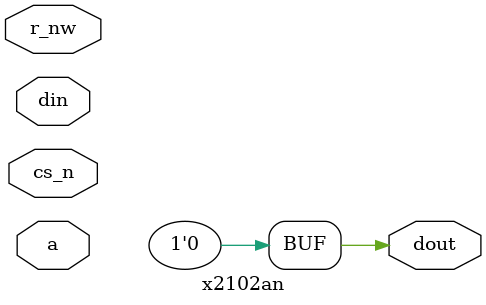
<source format=v>
module x2102an
  (
   output dout,

   input  din,
   input  [9:0] a,
   input  cs_n,
   input  r_nw
   );

    // TODO TEMP
    assign dout = 1'b0;

endmodule // x2102an


</source>
